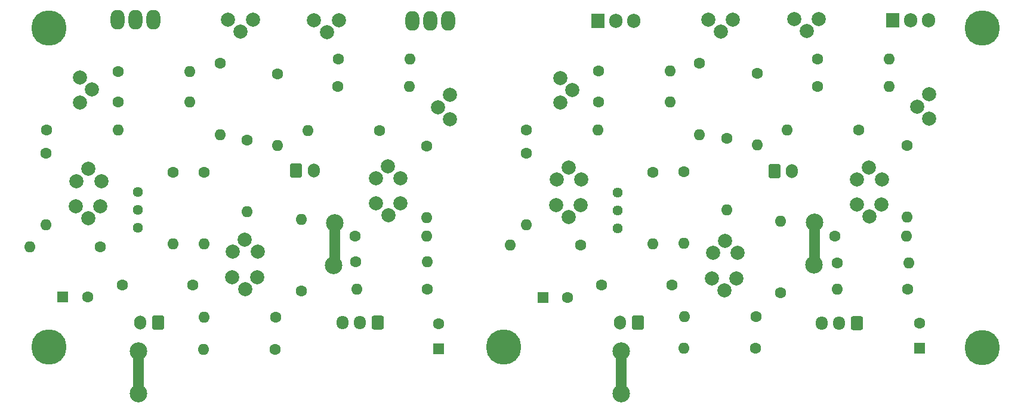
<source format=gtl>
G04 #@! TF.GenerationSoftware,KiCad,Pcbnew,(6.0.5)*
G04 #@! TF.CreationDate,2022-05-30T11:18:51+02:00*
G04 #@! TF.ProjectId,Wzmacniacz_s_uchawkowy_AVT2850,577a6d61-636e-4696-9163-7a5f73427563,rev?*
G04 #@! TF.SameCoordinates,Original*
G04 #@! TF.FileFunction,Copper,L1,Top*
G04 #@! TF.FilePolarity,Positive*
%FSLAX46Y46*%
G04 Gerber Fmt 4.6, Leading zero omitted, Abs format (unit mm)*
G04 Created by KiCad (PCBNEW (6.0.5)) date 2022-05-30 11:18:51*
%MOMM*%
%LPD*%
G01*
G04 APERTURE LIST*
G04 Aperture macros list*
%AMRoundRect*
0 Rectangle with rounded corners*
0 $1 Rounding radius*
0 $2 $3 $4 $5 $6 $7 $8 $9 X,Y pos of 4 corners*
0 Add a 4 corners polygon primitive as box body*
4,1,4,$2,$3,$4,$5,$6,$7,$8,$9,$2,$3,0*
0 Add four circle primitives for the rounded corners*
1,1,$1+$1,$2,$3*
1,1,$1+$1,$4,$5*
1,1,$1+$1,$6,$7*
1,1,$1+$1,$8,$9*
0 Add four rect primitives between the rounded corners*
20,1,$1+$1,$2,$3,$4,$5,0*
20,1,$1+$1,$4,$5,$6,$7,0*
20,1,$1+$1,$6,$7,$8,$9,0*
20,1,$1+$1,$8,$9,$2,$3,0*%
G04 Aperture macros list end*
G04 #@! TA.AperFunction,ComponentPad*
%ADD10C,1.600000*%
G04 #@! TD*
G04 #@! TA.AperFunction,ComponentPad*
%ADD11O,1.600000X1.600000*%
G04 #@! TD*
G04 #@! TA.AperFunction,ComponentPad*
%ADD12C,2.000000*%
G04 #@! TD*
G04 #@! TA.AperFunction,ComponentPad*
%ADD13C,5.000000*%
G04 #@! TD*
G04 #@! TA.AperFunction,ComponentPad*
%ADD14R,1.600000X1.600000*%
G04 #@! TD*
G04 #@! TA.AperFunction,ComponentPad*
%ADD15C,1.440000*%
G04 #@! TD*
G04 #@! TA.AperFunction,ComponentPad*
%ADD16RoundRect,0.250000X-0.600000X-0.750000X0.600000X-0.750000X0.600000X0.750000X-0.600000X0.750000X0*%
G04 #@! TD*
G04 #@! TA.AperFunction,ComponentPad*
%ADD17O,1.700000X2.000000*%
G04 #@! TD*
G04 #@! TA.AperFunction,ComponentPad*
%ADD18R,1.905000X2.000000*%
G04 #@! TD*
G04 #@! TA.AperFunction,ComponentPad*
%ADD19O,1.905000X2.000000*%
G04 #@! TD*
G04 #@! TA.AperFunction,ComponentPad*
%ADD20RoundRect,0.250000X0.600000X0.750000X-0.600000X0.750000X-0.600000X-0.750000X0.600000X-0.750000X0*%
G04 #@! TD*
G04 #@! TA.AperFunction,ComponentPad*
%ADD21O,2.000000X2.800000*%
G04 #@! TD*
G04 #@! TA.AperFunction,ComponentPad*
%ADD22RoundRect,0.250000X0.600000X0.725000X-0.600000X0.725000X-0.600000X-0.725000X0.600000X-0.725000X0*%
G04 #@! TD*
G04 #@! TA.AperFunction,ComponentPad*
%ADD23O,1.700000X1.950000*%
G04 #@! TD*
G04 #@! TA.AperFunction,ViaPad*
%ADD24C,2.500000*%
G04 #@! TD*
G04 #@! TA.AperFunction,Conductor*
%ADD25C,1.500000*%
G04 #@! TD*
G04 #@! TA.AperFunction,Conductor*
%ADD26C,0.750000*%
G04 #@! TD*
G04 APERTURE END LIST*
D10*
X178000000Y-80840000D03*
D11*
X178000000Y-91000000D03*
D12*
X131707500Y-89240000D03*
X130007500Y-90940000D03*
X128207500Y-89240000D03*
D10*
X84400000Y-80000000D03*
D11*
X84400000Y-90160000D03*
D12*
X63600000Y-89440000D03*
X61900000Y-91140000D03*
X60100000Y-89440000D03*
D13*
X120800000Y-109400000D03*
D14*
X179800000Y-109552651D03*
D10*
X179800000Y-106052651D03*
X171180000Y-78600000D03*
D11*
X161020000Y-78600000D03*
D15*
X136975000Y-92525000D03*
X136975000Y-89985000D03*
X136975000Y-87445000D03*
D10*
X165320000Y-68500000D03*
D11*
X175480000Y-68500000D03*
D12*
X85807500Y-99480000D03*
X84107500Y-101180000D03*
X82307500Y-99480000D03*
D16*
X91350000Y-84380000D03*
D17*
X93850000Y-84380000D03*
D13*
X56300000Y-109380000D03*
D18*
X175960000Y-63000000D03*
D19*
X178500000Y-63000000D03*
X181040000Y-63000000D03*
D10*
X131700000Y-94900000D03*
D11*
X121700000Y-94900000D03*
D20*
X139850000Y-105967500D03*
D17*
X137350000Y-105967500D03*
D10*
X92100000Y-101460000D03*
D11*
X92100000Y-91300000D03*
D16*
X159200000Y-84400000D03*
D17*
X161700000Y-84400000D03*
D13*
X56300000Y-64100000D03*
D10*
X156500000Y-109600000D03*
D11*
X146340000Y-109600000D03*
D10*
X134700000Y-100600000D03*
X144700000Y-100600000D03*
D14*
X111600000Y-109632651D03*
D10*
X111600000Y-106132651D03*
X99720000Y-93680000D03*
D11*
X109880000Y-93680000D03*
D10*
X88380000Y-109780000D03*
D11*
X78220000Y-109780000D03*
D12*
X97400000Y-62980000D03*
X95700000Y-64680000D03*
X93900000Y-62980000D03*
X82392500Y-95840000D03*
X84092500Y-94140000D03*
X85892500Y-95840000D03*
D10*
X63600000Y-95180000D03*
D11*
X53600000Y-95180000D03*
D12*
X102642500Y-85460000D03*
X104342500Y-83760000D03*
X106142500Y-85460000D03*
D10*
X88480000Y-105180000D03*
D11*
X78320000Y-105180000D03*
D10*
X167820000Y-93700000D03*
D11*
X177980000Y-93700000D03*
D12*
X153807500Y-99640000D03*
X152107500Y-101340000D03*
X150307500Y-99640000D03*
D10*
X156800000Y-70520000D03*
D11*
X156800000Y-80680000D03*
D12*
X165507500Y-62840000D03*
X163807500Y-64540000D03*
X162007500Y-62840000D03*
D10*
X66120000Y-70280000D03*
D11*
X76280000Y-70280000D03*
D12*
X150492500Y-96060000D03*
X152192500Y-94360000D03*
X153992500Y-96060000D03*
D10*
X134220000Y-70200000D03*
D11*
X144380000Y-70200000D03*
D10*
X97220000Y-72380000D03*
D11*
X107380000Y-72380000D03*
D12*
X153300000Y-62900000D03*
X151600000Y-64600000D03*
X149800000Y-62900000D03*
D10*
X88700000Y-70600000D03*
D11*
X88700000Y-80760000D03*
D15*
X68875000Y-92505000D03*
X68875000Y-89965000D03*
X68875000Y-87425000D03*
D14*
X58247349Y-102280000D03*
D10*
X61747349Y-102280000D03*
D13*
X188700000Y-64100000D03*
D10*
X97320000Y-68480000D03*
D11*
X107480000Y-68480000D03*
D12*
X174400000Y-89140000D03*
X172700000Y-90840000D03*
X170900000Y-89140000D03*
X60700000Y-71172500D03*
X62400000Y-72872500D03*
X60700000Y-74672500D03*
D10*
X156600000Y-105100000D03*
D11*
X146440000Y-105100000D03*
D10*
X73900000Y-84600000D03*
D11*
X73900000Y-94760000D03*
D10*
X124000000Y-81920000D03*
D11*
X124000000Y-92080000D03*
D14*
X126347349Y-102400000D03*
D10*
X129847349Y-102400000D03*
D12*
X60192500Y-85840000D03*
X61892500Y-84140000D03*
X63692500Y-85840000D03*
D10*
X103200000Y-78680000D03*
D11*
X93040000Y-78680000D03*
D18*
X134160000Y-63100000D03*
D19*
X136700000Y-63100000D03*
X139240000Y-63100000D03*
D10*
X178100000Y-101200000D03*
D11*
X168100000Y-101200000D03*
D12*
X170942500Y-85610000D03*
X172642500Y-83910000D03*
X174442500Y-85610000D03*
X113160000Y-77087500D03*
X111460000Y-75387500D03*
X113160000Y-73587500D03*
D21*
X66060000Y-62902500D03*
X68600000Y-62902500D03*
X71140000Y-62902500D03*
D10*
X146400000Y-84520000D03*
D11*
X146400000Y-94680000D03*
D12*
X106150000Y-89000000D03*
X104450000Y-90700000D03*
X102650000Y-89000000D03*
D10*
X109900000Y-80900000D03*
D11*
X109900000Y-91060000D03*
D10*
X55900000Y-81900000D03*
D11*
X55900000Y-92060000D03*
D10*
X134220000Y-74600000D03*
D11*
X144380000Y-74600000D03*
D10*
X165320000Y-72400000D03*
D11*
X175480000Y-72400000D03*
D12*
X181160000Y-77007500D03*
X179460000Y-75307500D03*
X181160000Y-73507500D03*
X128307500Y-85660000D03*
X130007500Y-83960000D03*
X131807500Y-85660000D03*
X85200000Y-62900000D03*
X83500000Y-64600000D03*
X81700000Y-62900000D03*
D10*
X99820000Y-97280000D03*
D11*
X109980000Y-97280000D03*
D21*
X107860000Y-63102500D03*
X110400000Y-63102500D03*
X112940000Y-63102500D03*
D10*
X80600000Y-69100000D03*
D11*
X80600000Y-79260000D03*
D22*
X102900000Y-105947500D03*
D23*
X100400000Y-105947500D03*
X97900000Y-105947500D03*
D10*
X168120000Y-97500000D03*
D11*
X178280000Y-97500000D03*
D10*
X160100000Y-101680000D03*
D11*
X160100000Y-91520000D03*
D10*
X110000000Y-101180000D03*
D11*
X100000000Y-101180000D03*
D10*
X124020000Y-78600000D03*
D11*
X134180000Y-78600000D03*
D10*
X152500000Y-79820000D03*
D11*
X152500000Y-89980000D03*
D12*
X128800000Y-71200000D03*
X130500000Y-72900000D03*
X128800000Y-74700000D03*
D10*
X55920000Y-78580000D03*
D11*
X66080000Y-78580000D03*
D13*
X188700000Y-109500000D03*
D10*
X148600000Y-69120000D03*
D11*
X148600000Y-79280000D03*
D10*
X142000000Y-84620000D03*
D11*
X142000000Y-94780000D03*
D22*
X170900000Y-106000000D03*
D23*
X168400000Y-106000000D03*
X165900000Y-106000000D03*
D20*
X71750000Y-105947500D03*
D17*
X69250000Y-105947500D03*
D10*
X66700000Y-100600000D03*
X76700000Y-100600000D03*
X78300000Y-84600000D03*
D11*
X78300000Y-94760000D03*
D10*
X66120000Y-74580000D03*
D11*
X76280000Y-74580000D03*
D24*
X164800000Y-97747349D03*
X96800000Y-91780000D03*
X137500000Y-110000000D03*
X69000000Y-116000000D03*
X164900000Y-91747349D03*
X96700000Y-97780000D03*
X137500000Y-116000000D03*
X69000000Y-110000000D03*
D25*
X137500000Y-110000000D02*
X137500000Y-116000000D01*
X164900000Y-91747349D02*
X164900000Y-97647349D01*
X96800000Y-97680000D02*
X96700000Y-97780000D01*
X69000000Y-110000000D02*
X69000000Y-116000000D01*
X96800000Y-91780000D02*
X96800000Y-97680000D01*
D26*
X164900000Y-97647349D02*
X164800000Y-97747349D01*
M02*

</source>
